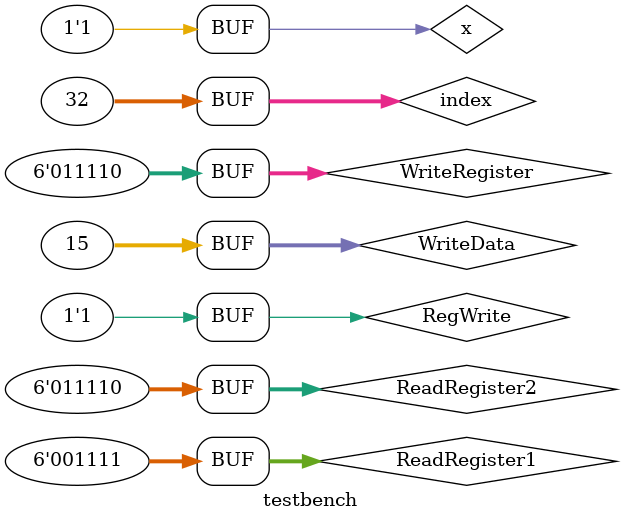
<source format=v>
module testbench;
  reg [5:0] WriteRegister;
  reg RegWrite;
  reg [5:0] ReadRegister1;
  reg [5:0] ReadRegister2;
  reg [31:0] WriteData;
  reg x;
  wire [31:0] ReadData1;
  wire [31:0] ReadData2;
  integer index;
  initial begin
    x = 1;
    RegWrite = 1;
    ReadRegister1 = 5'b11010;
    ReadRegister2 = 5'b11011;
    for(index =1; index<32; index=index+1) begin
    #5
    WriteRegister = index;
    WriteData = 12*index; // valores diferentes para cada registrador
    end
    #20
    RegWrite = 1;
    WriteRegister = 18;
    WriteData = 70;
    ReadRegister1 = 18; // Registrador $s2
    ReadRegister2 = 27;
    #20
    RegWrite = 0;
    WriteRegister = 18;
    ReadRegister1 = 18; // Registrador $s2 teve seus dados mudados na linha 23						
    ReadRegister2 = 0;  // registrador $zero   
    WriteData = 15;
    #20
    RegWrite = 1;
    WriteRegister = 15;
    ReadRegister1 = 15; // testando registrador $t7
    ReadRegister2 = 30; // testando registrador $fp
    #20
    RegWrite = 1;
    WriteRegister = 30;
    ReadRegister1 = 15; // testando registrador $t7
    ReadRegister2 = 30; // testando registrador $fp
     
end 

 //assign WriteData[1]=data; 
 banco_reg test1(.WriteRegister(WriteRegister), .RegWrite(RegWrite), .ReadRegister1(ReadRegister1), .ReadRegister2(ReadRegister2), .data(WriteData[31:0]), .ReadData1(ReadData1[31:0]), .ReadData2(ReadData2[31:0]));


  endmodule
// modul e banco_reg (sel, RegWrite, selA, selB, data, ReadData1, ReadData2);

</source>
